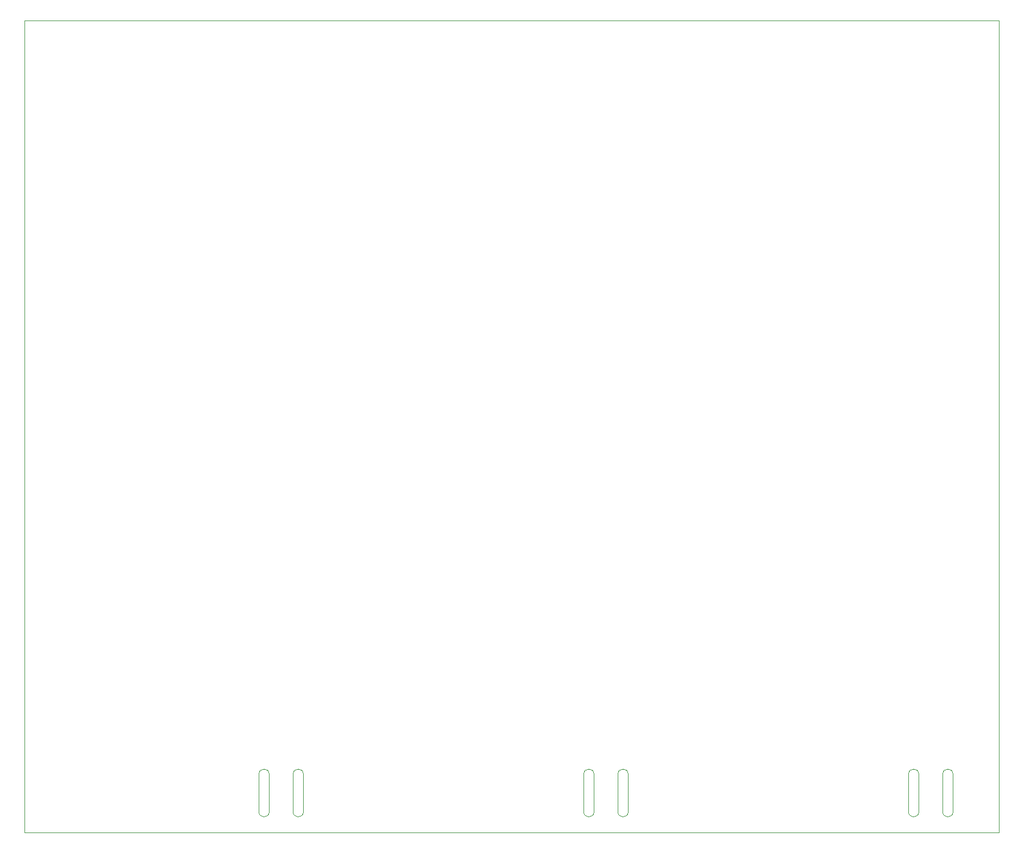
<source format=gbr>
%TF.GenerationSoftware,KiCad,Pcbnew,7.0.7*%
%TF.CreationDate,2023-08-26T16:48:08+02:00*%
%TF.ProjectId,3phaseDiverter-rounded,33706861-7365-4446-9976-65727465722d,3*%
%TF.SameCoordinates,Original*%
%TF.FileFunction,Profile,NP*%
%FSLAX46Y46*%
G04 Gerber Fmt 4.6, Leading zero omitted, Abs format (unit mm)*
G04 Created by KiCad (PCBNEW 7.0.7) date 2023-08-26 16:48:08*
%MOMM*%
%LPD*%
G01*
G04 APERTURE LIST*
%TA.AperFunction,Profile*%
%ADD10C,0.100000*%
%TD*%
G04 APERTURE END LIST*
D10*
X151638000Y-132842000D02*
G75*
G03*
X153162000Y-132842000I762000J0D01*
G01*
X55118000Y-132842000D02*
G75*
G03*
X56642000Y-132842000I762000J0D01*
G01*
X50038000Y-132842000D02*
G75*
G03*
X51562000Y-132842000I762000J0D01*
G01*
X56642000Y-127254000D02*
X56642000Y-132842000D01*
X55118000Y-127254000D02*
X55118000Y-132842000D01*
X103378000Y-127254000D02*
X103378000Y-132842000D01*
X153162000Y-127254000D02*
G75*
G03*
X151638000Y-127254000I-762000J0D01*
G01*
X148082000Y-127254000D02*
G75*
G03*
X146558000Y-127254000I-762000J0D01*
G01*
X103378000Y-132842000D02*
G75*
G03*
X104902000Y-132842000I762000J0D01*
G01*
X104902000Y-127254000D02*
G75*
G03*
X103378000Y-127254000I-762000J0D01*
G01*
X98298000Y-127254000D02*
X98298000Y-132842000D01*
X99822000Y-127254000D02*
X99822000Y-132842000D01*
X153162000Y-127254000D02*
X153162000Y-132842000D01*
X98298000Y-132842000D02*
G75*
G03*
X99822000Y-132842000I762000J0D01*
G01*
X99822000Y-127254000D02*
G75*
G03*
X98298000Y-127254000I-762000J0D01*
G01*
X50038000Y-127254000D02*
X50038000Y-132842000D01*
X104902000Y-127254000D02*
X104902000Y-132842000D01*
X151638000Y-127254000D02*
X151638000Y-132842000D01*
X146558000Y-132842000D02*
G75*
G03*
X148082000Y-132842000I762000J0D01*
G01*
X56642000Y-127254000D02*
G75*
G03*
X55118000Y-127254000I-762000J0D01*
G01*
X148082000Y-127254000D02*
X148082000Y-132842000D01*
X146558000Y-127254000D02*
X146558000Y-132842000D01*
X51562000Y-127254000D02*
X51562000Y-132842000D01*
X51562000Y-127254000D02*
G75*
G03*
X50038000Y-127254000I-762000J0D01*
G01*
X15240000Y-15240000D02*
X160020000Y-15240000D01*
X160020000Y-135890000D01*
X15240000Y-135890000D01*
X15240000Y-15240000D01*
M02*

</source>
